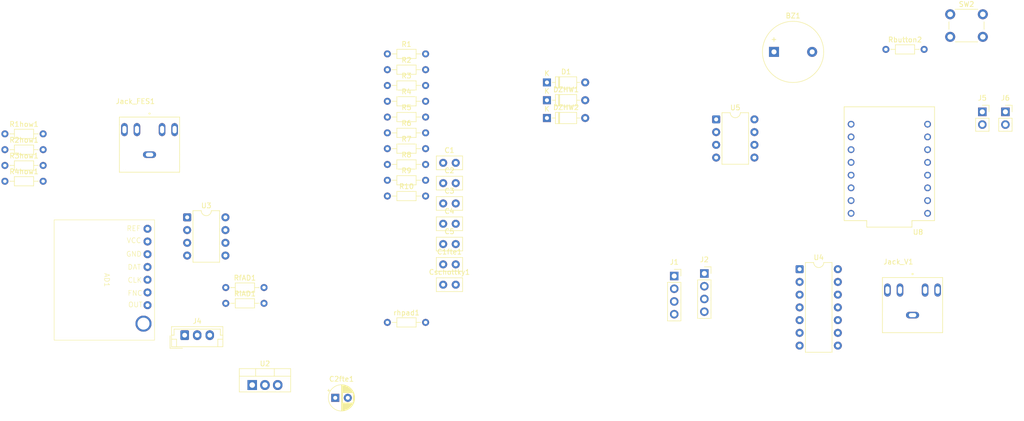
<source format=kicad_pcb>
(kicad_pcb (version 20241229) (generator "pcbnew") (generator_version "9.0")
  (layers (0 "F.Cu" signal) (2 "B.Cu" signal) (13 "F.Paste" user) (15 "B.Paste" user) (5 "F.SilkS" user "F.Silkscreen") (7 "B.SilkS" user "B.Silkscreen") (1 "F.Mask" user) (3 "B.Mask" user) (25 "Edge.Cuts" user))
  (net 0 "")
  (net 1 "/alarm")
  (net 2 "GNDREF")
  (net 4 "/outAD")
  (net 5 "/+")
  (net 6 "Net-(C2-Pad1)")
  (net 7 "Net-(C2-Pad2)")
  (net 8 "/5V")
  (net 9 "Net-(C3-Pad2)")
  (net 10 "Net-(U4A--)")
  (net 11 "Net-(C4-Pad2)")
  (net 12 "Net-(U4C-+)")
  (net 13 "/Vout")
  (net 14 "/Fes Out+")
  (net 15 "/-")
  (net 16 "/RG_1")
  (net 17 "/ECG-")
  (net 18 "/ECG+")
  (net 19 "/RG_2")
  (net 20 "/INAout")
  (net 24 "Net-(U5B--)")
  (net 25 "Net-(U5A--)")
  (net 26 "Net-(R1how1-Pad1)")
  (net 27 "Net-(U3B--)")
  (net 28 "Net-(R2how1-Pad2)")
  (net 29 "Net-(U4B--)")
  (net 30 "Net-(R7-Pad2)")
  (net 31 "Net-(U4D--)")
  (net 32 "Net-(U4C--)")
  (net 33 "Net-(R10-Pad2)")
  (net 34 "Net-(U8-GPIO20)")
  (net 35 "Net-(U3A--)")
  (net 36 "/3v3")
  (net 41 "/fnc")
  (net 44 "/clk")
  (net 45 "/data")
  (net 47 "Net-(AD1-OUT)")
  (footprint "Package_TO_SOT_THT:TO-220-3_Vertical" (layer "F.Cu") (at 93.46 126.945)
    (property "Reference" "U2" (at 2.54 -4.27 0) (layer "F.SilkS"))
    (property "Value" "L7805")
    (pad "1" thru_hole rect (at 0 0) (size 1.905 2) (drill 1.1) (layers "*.Cu" "*.Mask") (net 5 "/+"))
    (pad "2" thru_hole oval (at 2.54 0) (size 1.905 2) (drill 1.1) (layers "*.Cu" "*.Mask") (net 2 "GNDREF"))
    (pad "3" thru_hole oval (at 5.08 0) (size 1.905 2) (drill 1.1) (layers "*.Cu" "*.Mask") (net 8 "/5V"))
  )
  (footprint "Resistor_THT:R_Axial_DIN0204_L3.6mm_D1.6mm_P7.62mm_Horizontal" (layer "F.Cu") (at 120.38 64.05)
    (property "Reference" "R2" (at 3.81 -1.92 0) (layer "F.SilkS"))
    (property "Value" "10k")
    (pad "1" thru_hole circle (at 0 0) (size 1.4 1.4) (drill 0.7) (layers "*.Cu" "*.Mask") (net 24 "Net-(U5B--)"))
    (pad "2" thru_hole oval (at 7.62 0) (size 1.4 1.4) (drill 0.7) (layers "*.Cu" "*.Mask") (net 6 "Net-(C2-Pad1)"))
  )
  (footprint "Resistor_THT:R_Axial_DIN0204_L3.6mm_D1.6mm_P7.62mm_Horizontal" (layer "F.Cu") (at 44.19 83.15)
    (property "Reference" "R3how1" (at 3.81 -1.92 0) (layer "F.SilkS"))
    (property "Value" "10k")
    (pad "1" thru_hole circle (at 0 0) (size 1.4 1.4) (drill 0.7) (layers "*.Cu" "*.Mask") (net 2 "GNDREF"))
    (pad "2" thru_hole oval (at 7.62 0) (size 1.4 1.4) (drill 0.7) (layers "*.Cu" "*.Mask") (net 14 "/Fes Out+"))
  )
  (footprint "Resistor_THT:R_Axial_DIN0204_L3.6mm_D1.6mm_P7.62mm_Horizontal" (layer "F.Cu") (at 120.38 67.2)
    (property "Reference" "R3" (at 3.81 -1.92 0) (layer "F.SilkS"))
    (property "Value" "50")
    (pad "1" thru_hole circle (at 0 0) (size 1.4 1.4) (drill 0.7) (layers "*.Cu" "*.Mask") (net 2 "GNDREF"))
    (pad "2" thru_hole oval (at 7.62 0) (size 1.4 1.4) (drill 0.7) (layers "*.Cu" "*.Mask") (net 7 "Net-(C2-Pad2)"))
  )
  (footprint "Capacitor_THT:C_Disc_D5.0mm_W2.5mm_P2.50mm" (layer "F.Cu") (at 131.5 90.73)
    (property "Reference" "C3" (at 1.25 -2.5 0) (layer "F.SilkS"))
    (property "Value" "100p")
    (pad "1" thru_hole circle (at 0 0) (size 1.6 1.6) (drill 0.8) (layers "*.Cu" "*.Mask") (net 10 "Net-(U4A--)"))
    (pad "2" thru_hole circle (at 2.5 0) (size 1.6 1.6) (drill 0.8) (layers "*.Cu" "*.Mask") (net 9 "Net-(C3-Pad2)"))
  )
  (footprint "Button_Switch_THT:SW_PUSH_6mm" (layer "F.Cu") (at 232.5 53)
    (property "Reference" "SW2" (at 3.25 -2 0) (layer "F.SilkS"))
    (property "Value" "SW_Push")
    (pad "1" thru_hole circle (at 0 0 90) (size 2 2) (drill 1.1) (layers "*.Cu" "*.Mask") (net 36 "/3v3"))
    (pad "1" thru_hole circle (at 6.5 0 90) (size 2 2) (drill 1.1) (layers "*.Cu" "*.Mask") (net 36 "/3v3"))
    (pad "2" thru_hole circle (at 0 4.5 90) (size 2 2) (drill 1.1) (layers "*.Cu" "*.Mask") (net 34 "Net-(U8-GPIO20)"))
    (pad "2" thru_hole circle (at 6.5 4.5 90) (size 2 2) (drill 1.1) (layers "*.Cu" "*.Mask") (net 34 "Net-(U8-GPIO20)"))
  )
  (footprint "Resistor_THT:R_Axial_DIN0204_L3.6mm_D1.6mm_P7.62mm_Horizontal" (layer "F.Cu") (at 120.38 114.45)
    (property "Reference" "rhpad1" (at 3.81 -1.92 0) (layer "F.SilkS"))
    (property "Value" "330")
    (pad "1" thru_hole circle (at 0 0) (size 1.4 1.4) (drill 0.7) (layers "*.Cu" "*.Mask") (net 2 "GNDREF"))
    (pad "2" thru_hole oval (at 7.62 0) (size 1.4 1.4) (drill 0.7) (layers "*.Cu" "*.Mask") (net 4 "/outAD"))
  )
  (footprint "Capacitor_THT:C_Disc_D5.0mm_W2.5mm_P2.50mm" (layer "F.Cu") (at 131.5 102.88)
    (property "Reference" "C1fte1" (at 1.25 -2.5 0) (layer "F.SilkS"))
    (property "Value" "20pF")
    (pad "1" thru_hole circle (at 0 0) (size 1.6 1.6) (drill 0.8) (layers "*.Cu" "*.Mask") (net 5 "/+"))
    (pad "2" thru_hole circle (at 2.5 0) (size 1.6 1.6) (drill 0.8) (layers "*.Cu" "*.Mask") (net 2 "GNDREF"))
  )
  (footprint "Connector_PinSocket_2.54mm:PinSocket_1x02_P2.54mm_Vertical" (layer "F.Cu") (at 243.5 72.46)
    (property "Reference" "J6" (at 0 -2.77 0) (layer "F.SilkS"))
    (property "Value" "BAT54S_2")
    (pad "1" thru_hole rect (at 0 0) (size 1.7 1.7) (drill 1) (layers "*.Cu" "*.Mask") (net 13 "/Vout"))
    (pad "2" thru_hole oval (at 0 2.54) (size 1.7 1.7) (drill 1) (layers "*.Cu" "*.Mask"))
  )
  (footprint "Resistor_THT:R_Axial_DIN0204_L3.6mm_D1.6mm_P7.62mm_Horizontal" (layer "F.Cu") (at 44.19 76.85)
    (property "Reference" "R1how1" (at 3.81 -1.92 0) (layer "F.SilkS"))
    (property "Value" "10k")
    (pad "1" thru_hole circle (at 0 0) (size 1.4 1.4) (drill 0.7) (layers "*.Cu" "*.Mask") (net 26 "Net-(R1how1-Pad1)"))
    (pad "2" thru_hole oval (at 7.62 0) (size 1.4 1.4) (drill 0.7) (layers "*.Cu" "*.Mask") (net 27 "Net-(U3B--)"))
  )
  (footprint "Package_DIP:DIP-8_W7.62mm" (layer "F.Cu") (at 185.88 73.96)
    (property "Reference" "U5" (at 3.81 -2.33 0) (layer "F.SilkS"))
    (property "Value" "TL082")
    (pad "1" thru_hole roundrect (at 0 0) (size 1.6 1.6) (drill 0.8) (layers "*.Cu" "*.Mask") (roundrect_rratio 0.15625) (net 25 "Net-(U5A--)"))
    (pad "2" thru_hole circle (at 0 2.54) (size 1.6 1.6) (drill 0.8) (layers "*.Cu" "*.Mask") (net 25 "Net-(U5A--)"))
    (pad "3" thru_hole circle (at 0 5.08) (size 1.6 1.6) (drill 0.8) (layers "*.Cu" "*.Mask") (net 20 "/INAout"))
    (pad "4" thru_hole circle (at 0 7.62) (size 1.6 1.6) (drill 0.8) (layers "*.Cu" "*.Mask") (net 15 "/-"))
    (pad "5" thru_hole circle (at 7.62 7.62) (size 1.6 1.6) (drill 0.8) (layers "*.Cu" "*.Mask") (net 2 "GNDREF"))
    (pad "6" thru_hole circle (at 7.62 5.08) (size 1.6 1.6) (drill 0.8) (layers "*.Cu" "*.Mask") (net 24 "Net-(U5B--)"))
    (pad "7" thru_hole circle (at 7.62 2.54) (size 1.6 1.6) (drill 0.8) (layers "*.Cu" "*.Mask") (net 6 "Net-(C2-Pad1)"))
    (pad "8" thru_hole circle (at 7.62 0) (size 1.6 1.6) (drill 0.8) (layers "*.Cu" "*.Mask") (net 5 "/+"))
  )
  (footprint "Capacitor_THT:C_Disc_D5.0mm_W2.5mm_P2.50mm" (layer "F.Cu") (at 131.5 86.68)
    (property "Reference" "C2" (at 1.25 -2.5 0) (layer "F.SilkS"))
    (property "Value" "100n")
    (pad "1" thru_hole circle (at 0 0) (size 1.6 1.6) (drill 0.8) (layers "*.Cu" "*.Mask") (net 6 "Net-(C2-Pad1)"))
    (pad "2" thru_hole circle (at 2.5 0) (size 1.6 1.6) (drill 0.8) (layers "*.Cu" "*.Mask") (net 7 "Net-(C2-Pad2)"))
  )
  (footprint "Resistor_THT:R_Axial_DIN0204_L3.6mm_D1.6mm_P7.62mm_Horizontal" (layer "F.Cu") (at 120.38 73.5)
    (property "Reference" "R5" (at 3.81 -1.92 0) (layer "F.SilkS"))
    (property "Value" "22k")
    (pad "1" thru_hole circle (at 0 0) (size 1.4 1.4) (drill 0.7) (layers "*.Cu" "*.Mask") (net 9 "Net-(C3-Pad2)"))
    (pad "2" thru_hole oval (at 7.62 0) (size 1.4 1.4) (drill 0.7) (layers "*.Cu" "*.Mask") (net 10 "Net-(U4A--)"))
  )
  (footprint "Diode_THT:D_DO-35_SOD27_P7.62mm_Horizontal" (layer "F.Cu") (at 152.17 70.14)
    (property "Reference" "DZHW1" (at 3.81 -2.12 0) (layer "F.SilkS"))
    (property "Value" "D")
    (fp_text user "K" (at 0 -1.8 0) (layer "F.SilkS"))
    (pad "1" thru_hole rect (at 0 0) (size 1.6 1.6) (drill 0.8) (layers "*.Cu" "*.Mask") (net 14 "/Fes Out+"))
    (pad "2" thru_hole oval (at 7.62 0) (size 1.6 1.6) (drill 0.8) (layers "*.Cu" "*.Mask") (net 2 "GNDREF"))
  )
  (footprint "Connector_PinSocket_2.54mm:PinSocket_1x04_P2.54mm_Vertical" (layer "F.Cu") (at 183.525 104.7)
    (property "Reference" "J2" (at 0 -2.77 0) (layer "F.SilkS"))
    (property "Value" "INA_2")
    (pad "1" thru_hole rect (at 0 0) (size 1.7 1.7) (drill 1) (layers "*.Cu" "*.Mask") (net 19 "/RG_2"))
    (pad "2" thru_hole oval (at 0 2.54) (size 1.7 1.7) (drill 1) (layers "*.Cu" "*.Mask") (net 5 "/+"))
    (pad "3" thru_hole oval (at 0 5.08) (size 1.7 1.7) (drill 1) (layers "*.Cu" "*.Mask") (net 20 "/INAout"))
    (pad "4" thru_hole oval (at 0 7.62) (size 1.7 1.7) (drill 1) (layers "*.Cu" "*.Mask") (net 2 "GNDREF"))
  )
  (footprint "MyFootprints:AD9833" (layer "F.Cu") (at 64 106 -90)
    (property "Reference" "AD1" (at 0 -0.5 270) (layer "F.SilkS") (effects (font (thickness 0.1))))
    (property "Value" "~")
    (fp_text user "CLK" (at 0.6 -4.6 0) (layer "F.SilkS") (effects (font (thickness 0.1)) (justify left bottom)))
    (fp_text user "DAT" (at -2 -4.6 0) (layer "F.SilkS") (effects (font (thickness 0.1)) (justify left bottom)))
    (fp_text user "GND" (at -4.6 -4.3 0) (layer "F.SilkS") (effects (font (thickness 0.1)) (justify left bottom)))
    (fp_text user "FNC" (at 3.2 -4.6 0) (layer "F.SilkS") (effects (font (thickness 0.1)) (justify left bottom)))
    (fp_text user "REF" (at -9.7 -4.4 0) (layer "F.SilkS") (effects (font (thickness 0.1)) (justify left bottom)))
    (fp_text user "VCC" (at -7.3 -4.4 0) (layer "F.SilkS") (effects (font (thickness 0.1)) (justify left bottom)))
    (fp_text user "OUT" (at 5.5 -4.7 0) (layer "F.SilkS") (effects (font (thickness 0.1)) (justify left bottom)))
    (pad "1" thru_hole circle (at -10.22 -8.6 270) (size 1.6 1.6) (drill 0.8) (layers "*.Cu" "*.Mask"))
    (pad "2" thru_hole circle (at -7.68 -8.6 270) (size 1.6 1.6) (drill 0.8) (layers "*.Cu" "*.Mask") (net 36 "/3v3"))
    (pad "3" thru_hole circle (at -5.14 -8.6 270) (size 1.6 1.6) (drill 0.8) (layers "*.Cu" "*.Mask") (net 2 "GNDREF"))
    (pad "4" thru_hole circle (at -2.6 -8.6 270) (size 1.6 1.6) (drill 0.8) (layers "*.Cu" "*.Mask") (net 45 "/data"))
    (pad "5" thru_hole circle (at -0.06 -8.6 270) (size 1.6 1.6) (drill 0.8) (layers "*.Cu" "*.Mask") (net 44 "/clk"))
    (pad "6" thru_hole circle (at 2.48 -8.6 270) (size 1.6 1.6) (drill 0.8) (layers "*.Cu" "*.Mask") (net 41 "/fnc"))
    (pad "7" thru_hole circle (at 5.02 -8.6 270) (size 1.6 1.6) (drill 0.8) (layers "*.Cu" "*.Mask") (net 47 "Net-(AD1-OUT)"))
    (pad "8" thru_hole circle (at 8.7 -7.8 270) (size 3.2 3.2) (drill 2.4) (layers "*.Cu" "*.Mask"))
  )
  (footprint "Resistor_THT:R_Axial_DIN0204_L3.6mm_D1.6mm_P7.62mm_Horizontal" (layer "F.Cu") (at 120.38 86.1)
    (property "Reference" "R9" (at 3.81 -1.92 0) (layer "F.SilkS"))
    (property "Value" "1k")
    (pad "1" thru_hole circle (at 0 0) (size 1.4 1.4) (drill 0.7) (layers "*.Cu" "*.Mask") (net 32 "Net-(U4C--)"))
    (pad "2" thru_hole oval (at 7.62 0) (size 1.4 1.4) (drill 0.7) (layers "*.Cu" "*.Mask") (net 31 "Net-(U4D--)"))
  )
  (footprint "Resistor_THT:R_Axial_DIN0204_L3.6mm_D1.6mm_P7.62mm_Horizontal" (layer "F.Cu") (at 88.19 107.5)
    (property "Reference" "RfAD1" (at 3.81 -1.92 0) (layer "F.SilkS"))
    (property "Value" "4.8k")
    (pad "1" thru_hole circle (at 0 0) (size 1.4 1.4) (drill 0.7) (layers "*.Cu" "*.Mask") (net 35 "Net-(U3A--)"))
    (pad "2" thru_hole oval (at 7.62 0) (size 1.4 1.4) (drill 0.7) (layers "*.Cu" "*.Mask") (net 26 "Net-(R1how1-Pad1)"))
  )
  (footprint "Capacitor_THT:C_Disc_D5.0mm_W2.5mm_P2.50mm" (layer "F.Cu") (at 131.5 82.63)
    (property "Reference" "C1" (at 1.25 -2.5 0) (layer "F.SilkS"))
    (property "Value" "C")
    (pad "1" thru_hole circle (at 0 0) (size 1.6 1.6) (drill 0.8) (layers "*.Cu" "*.Mask") (net 47 "Net-(AD1-OUT)"))
    (pad "2" thru_hole circle (at 2.5 0) (size 1.6 1.6) (drill 0.8) (layers "*.Cu" "*.Mask") (net 4 "/outAD"))
  )
  (footprint "Resistor_THT:R_Axial_DIN0204_L3.6mm_D1.6mm_P7.62mm_Horizontal" (layer "F.Cu") (at 120.38 60.9)
    (property "Reference" "R1" (at 3.81 -1.92 0) (layer "F.SilkS"))
    (property "Value" "1k")
    (pad "1" thru_hole circle (at 0 0) (size 1.4 1.4) (drill 0.7) (layers "*.Cu" "*.Mask") (net 25 "Net-(U5A--)"))
    (pad "2" thru_hole oval (at 7.62 0) (size 1.4 1.4) (drill 0.7) (layers "*.Cu" "*.Mask") (net 24 "Net-(U5B--)"))
  )
  (footprint "SJ1-3525N:CUI_SJ1-3525N" (layer "F.Cu") (at 73 81)
    (property "Reference" "Jack_FES1" (at -2.825 -10.635 0) (layer "F.SilkS"))
    (property "Value" "SJ1-3525N")
    (pad "" np_thru_hole circle (at -5 0) (size 1.2 1.2) (drill 1.2) (layers "*.Cu" "*.Mask"))
    (pad "" np_thru_hole circle (at -5 2.5) (size 1.2 1.2) (drill 1.2) (layers "*.Cu" "*.Mask"))
    (pad "" np_thru_hole circle (at 0 -5) (size 1.2 1.2) (drill 1.2) (layers "*.Cu" "*.Mask"))
    (pad "" np_thru_hole circle (at 5 0) (size 1.2 1.2) (drill 1.2) (layers "*.Cu" "*.Mask"))
    (pad "" np_thru_hole circle (at 5 2.5) (size 1.2 1.2) (drill 1.2) (layers "*.Cu" "*.Mask"))
    (pad "1" thru_hole oval (at 0 0) (size 2.616 1.308) (drill oval 1.5 0.8) (layers "*.Cu" "*.Mask") (net 2 "GNDREF"))
    (pad "2" thru_hole oval (at 5 -5) (size 1.308 2.616) (drill oval 0.8 1.5) (layers "*.Cu" "*.Mask"))
    (pad "3" thru_hole oval (at -5 -5) (size 1.308 2.616) (drill oval 0.8 1.5) (layers "*.Cu" "*.Mask") (net 14 "/Fes Out+"))
    (pad "10" thru_hole oval (at 2.5 -5) (size 1.308 2.616) (drill oval 0.8 1.5) (layers "*.Cu" "*.Mask"))
    (pad "11" thru_hole oval (at -2.5 -5) (size 1.308 2.616) (drill oval 0.8 1.5) (layers "*.Cu" "*.Mask"))
  )
  (footprint "Resistor_THT:R_Axial_DIN0204_L3.6mm_D1.6mm_P7.62mm_Horizontal" (layer "F.Cu") (at 120.38 79.8)
    (property "Reference" "R7" (at 3.81 -1.92 0) (layer "F.SilkS"))
    (property "Value" "2.2k")
    (pad "1" thru_hole circle (at 0 0) (size 1.4 1.4) (drill 0.7) (layers "*.Cu" "*.Mask") (net 29 "Net-(U4B--)"))
    (pad "2" thru_hole oval (at 7.62 0) (size 1.4 1.4) (drill 0.7) (layers "*.Cu" "*.Mask") (net 30 "Net-(R7-Pad2)"))
  )
  (footprint "ESP32-C3_SUPERMINI_TH:MODULE_ESP32-C3_SUPERMINI_TH" (layer "F.Cu") (at 220.38 82.8 180)
    (property "Reference" "U8" (at -5.715 -13.6525 0) (layer "F.SilkS"))
    (property "Value" "ESP32-C3_SUPERMINI_TH")
    (pad "0" thru_hole circle (at 7.62 7.88 180) (size 1.348 1.348) (drill 0.84) (layers "*.Cu" "*.Mask") (net 13 "/Vout"))
    (pad "1" thru_hole circle (at 7.62 5.34 180) (size 1.348 1.348) (drill 0.84) (layers "*.Cu" "*.Mask"))
    (pad "2" thru_hole circle (at 7.62 2.8 180) (size 1.348 1.348) (drill 0.84) (layers "*.Cu" "*.Mask") (net 1 "/alarm"))
    (pad "3" thru_hole circle (at 7.62 0.26 180) (size 1.348 1.348) (drill 0.84) (layers "*.Cu" "*.Mask"))
    (pad "3.3" thru_hole circle (at 7.62 -4.82 180) (size 1.348 1.348) (drill 0.84) (layers "*.Cu" "*.Mask") (net 36 "/3v3"))
    (pad "4" thru_hole circle (at 7.62 -2.28 180) (size 1.348 1.348) (drill 0.84) (layers "*.Cu" "*.Mask") (net 44 "/clk"))
    (pad "5" thru_hole circle (at -7.62 -9.9 180) (size 1.348 1.348) (drill 0.84) (layers "*.Cu" "*.Mask"))
    (pad "5V" thru_hole circle (at 7.62 -9.9 180) (size 1.348 1.348) (drill 0.84) (layers "*.Cu" "*.Mask") (net 8 "/5V"))
    (pad "6" thru_hole circle (at -7.62 -7.36 180) (size 1.348 1.348) (drill 0.84) (layers "*.Cu" "*.Mask") (net 45 "/data"))
    (pad "7" thru_hole circle (at -7.62 -4.82 180) (size 1.348 1.348) (drill 0.84) (layers "*.Cu" "*.Mask") (net 41 "/fnc"))
    (pad "8" thru_hole circle (at -7.62 -2.28 180) (size 1.348 1.348) (drill 0.84) (layers "*.Cu" "*.Mask"))
    (pad "9" thru_hole circle (at -7.62 0.26 180) (size 1.348 1.348) (drill 0.84) (layers "*.Cu" "*.Mask"))
    (pad "10" thru_hole circle (at -7.62 2.8 180) (size 1.348 1.348) (drill 0.84) (layers "*.Cu" "*.Mask"))
    (pad "20" thru_hole circle (at -7.62 5.34 180) (size 1.348 1.348) (drill 0.84) (layers "*.Cu" "*.Mask") (net 34 "Net-(U8-GPIO20)"))
    (pad "21" thru_hole circle (at -7.62 7.88 180) (size 1.348 1.348) (drill 0.84) (layers "*.Cu" "*.Mask"))
    (pad "G" thru_hole circle (at 7.62 -7.36 180) (size 1.348 1.348) (drill 0.84) (layers "*.Cu" "*.Mask") (net 2 "GNDREF"))
  )
  (footprint "Connector_PinSocket_2.54mm:PinSocket_1x04_P2.54mm_Vertical" (layer "F.Cu") (at 177.525 105.2)
    (property "Reference" "J1" (at 0 -2.77 0) (layer "F.SilkS"))
    (property "Value" "INA_1")
    (pad "1" thru_hole rect (at 0 0) (size 1.7 1.7) (drill 1) (layers "*.Cu" "*.Mask") (net 16 "/RG_1"))
    (pad "2" thru_hole oval (at 0 2.54) (size 1.7 1.7) (drill 1) (layers "*.Cu" "*.Mask") (net 17 "/ECG-"))
    (pad "3" thru_hole oval (at 0 5.08) (size 1.7 1.7) (drill 1) (layers "*.Cu" "*.Mask") (net 18 "/ECG+"))
    (pad "4" thru_hole oval (at 0 7.62) (size 1.7 1.7) (drill 1) (layers "*.Cu" "*.Mask") (net 15 "/-"))
  )
  (footprint "SJ1-3525N:CUI_SJ1-3525N" (layer "F.Cu") (at 225 113)
    (property "Reference" "Jack_V1" (at -2.825 -10.635 0) (layer "F.SilkS"))
    (property "Value" "SJ1-3525N")
    (pad "" np_thru_hole circle (at -5 0) (size 1.2 1.2) (drill 1.2) (layers "*.Cu" "*.Mask"))
    (pad "" np_thru_hole circle (at -5 2.5) (size 1.2 1.2) (drill 1.2) (layers "*.Cu" "*.Mask"))
    (pad "" np_thru_hole circle (at 0 -5) (size 1.2 1.2) (drill 1.2) (layers "*.Cu" "*.Mask"))
    (pad "" np_thru_hole circle (at 5 0) (size 1.2 1.2) (drill 1.2) (layers "*.Cu" "*.Mask"))
    (pad "" np_thru_hole circle (at 5 2.5) (size 1.2 1.2) (drill 1.2) (layers "*.Cu" "*.Mask"))
    (pad "1" thru_hole oval (at 0 0) (size 2.616 1.308) (drill oval 1.5 0.8) (layers "*.Cu" "*.Mask") (net 17 "/ECG-"))
    (pad "2" thru_hole oval (at 5 -5) (size 1.308 2.616) (drill oval 0.8 1.5) (layers "*.Cu" "*.Mask"))
    (pad "3" thru_hole oval (at -5 -5) (size 1.308 2.616) (drill oval 0.8 1.5) (layers "*.Cu" "*.Mask") (net 18 "/ECG+"))
    (pad "10" thru_hole oval (at 2.5 -5) (size 1.308 2.616) (drill oval 0.8 1.5) (layers "*.Cu" "*.Mask"))
    (pad "11" thru_hole oval (at -2.5 -5) (size 1.308 2.616) (drill oval 0.8 1.5) (layers "*.Cu" "*.Mask"))
  )
  (footprint "Buzzer_Beeper:Buzzer_12x9.5RM7.6" (layer "F.Cu") (at 197.4 60.5)
    (property "Reference" "BZ1" (at 3.8 -7.2 0) (layer "F.SilkS"))
    (property "Value" "Buzzer")
    (fp_text user "+" (at -0.01 -2.54 0) (layer "F.SilkS"))
    (pad "1" thru_hole rect (at 0 0) (size 2 2) (drill 1) (layers "*.Cu" "*.Mask") (net 1 "/alarm"))
    (pad "2" thru_hole circle (at 7.6 0) (size 2 2) (drill 1) (layers "*.Cu" "*.Mask") (net 2 "GNDREF"))
  )
  (footprint "Resistor_THT:R_Axial_DIN0204_L3.6mm_D1.6mm_P7.62mm_Horizontal" (layer "F.Cu") (at 88.19 110.65)
    (property "Reference" "RiAD1" (at 3.81 -1.92 0) (layer "F.SilkS"))
    (property "Value" "1k")
    (pad "1" thru_hole circle (at 0 0) (size 1.4 1.4) (drill 0.7) (layers "*.Cu" "*.Mask") (net 4 "/outAD"))
    (pad "2" thru_hole oval (at 7.62 0) (size 1.4 1.4) (drill 0.7) (layers "*.Cu" "*.Mask") (net 35 "Net-(U3A--)"))
  )
  (footprint "Resistor_THT:R_Axial_DIN0204_L3.6mm_D1.6mm_P7.62mm_Horizontal" (layer "F.Cu") (at 120.38 70.35)
    (property "Reference" "R4" (at 3.81 -1.92 0) (layer "F.SilkS"))
    (property "Value" "1k")
    (pad "1" thru_hole circle (at 0 0) (size 1.4 1.4) (drill 0.7) (layers "*.Cu" "*.Mask") (net 10 "Net-(U4A--)"))
    (pad "2" thru_hole oval (at 7.62 0) (size 1.4 1.4) (drill 0.7) (layers "*.Cu" "*.Mask") (net 7 "Net-(C2-Pad2)"))
  )
  (footprint "Resistor_THT:R_Axial_DIN0204_L3.6mm_D1.6mm_P7.62mm_Horizontal" (layer "F.Cu") (at 120.38 76.65)
    (property "Reference" "R6" (at 3.81 -1.92 0) (layer "F.SilkS"))
    (property "Value" "500")
    (pad "1" thru_hole circle (at 0 0) (size 1.4 1.4) (drill 0.7) (layers "*.Cu" "*.Mask") (net 29 "Net-(U4B--)"))
    (pad "2" thru_hole oval (at 7.62 0) (size 1.4 1.4) (drill 0.7) (layers "*.Cu" "*.Mask") (net 11 "Net-(C4-Pad2)"))
  )
  (footprint "Capacitor_THT:C_Disc_D5.0mm_W2.5mm_P2.50mm" (layer "F.Cu") (at 131.5 98.83)
    (property "Reference" "C5" (at 1.25 -2.5 0) (layer "F.SilkS"))
    (property "Value" "220p")
    (pad "1" thru_hole circle (at 0 0) (size 1.6 1.6) (drill 0.8) (layers "*.Cu" "*.Mask") (net 2 "GNDREF"))
    (pad "2" thru_hole circle (at 2.5 0) (size 1.6 1.6) (drill 0.8) (layers "*.Cu" "*.Mask") (net 12 "Net-(U4C-+)"))
  )
  (footprint "Resistor_THT:R_Axial_DIN0204_L3.6mm_D1.6mm_P7.62mm_Horizontal" (layer "F.Cu") (at 44.19 80)
    (property "Reference" "R2how1" (at 3.81 -1.92 0) (layer "F.SilkS"))
    (property "Value" "10k")
    (pad "1" thru_hole circle (at 0 0) (size 1.4 1.4) (drill 0.7) (layers "*.Cu" "*.Mask") (net 27 "Net-(U3B--)"))
    (pad "2" thru_hole oval (at 7.62 0) (size 1.4 1.4) (drill 0.7) (layers "*.Cu" "*.Mask") (net 28 "Net-(R2how1-Pad2)"))
  )
  (footprint "Resistor_THT:R_Axial_DIN0204_L3.6mm_D1.6mm_P7.62mm_Horizontal" (layer "F.Cu") (at 44.19 86.3)
    (property "Reference" "R4how1" (at 3.81 -1.92 0) (layer "F.SilkS"))
    (property "Value" "10k")
    (pad "1" thru_hole circle (at 0 0) (size 1.4 1.4) (drill 0.7) (layers "*.Cu" "*.Mask") (net 14 "/Fes Out+"))
    (pad "2" thru_hole oval (at 7.62 0) (size 1.4 1.4) (drill 0.7) (layers "*.Cu" "*.Mask") (net 28 "Net-(R2how1-Pad2)"))
  )
  (footprint "Resistor_THT:R_Axial_DIN0204_L3.6mm_D1.6mm_P7.62mm_Horizontal" (layer "F.Cu") (at 120.38 89.25)
    (property "Reference" "R10" (at 3.81 -1.92 0) (layer "F.SilkS"))
    (property "Value" "4k")
    (pad "1" thru_hole circle (at 0 0) (size 1.4 1.4) (drill 0.7) (layers "*.Cu" "*.Mask") (net 31 "Net-(U4D--)"))
    (pad "2" thru_hole oval (at 7.62 0) (size 1.4 1.4) (drill 0.7) (layers "*.Cu" "*.Mask") (net 33 "Net-(R10-Pad2)"))
  )
  (footprint "Diode_THT:D_DO-35_SOD27_P7.62mm_Horizontal" (layer "F.Cu") (at 152.17 66.59)
    (property "Reference" "D1" (at 3.81 -2.12 0) (layer "F.SilkS"))
    (property "Value" "DS")
    (fp_text user "K" (at 0 -1.8 0) (layer "F.SilkS"))
    (pad "1" thru_hole rect (at 0 0) (size 1.6 1.6) (drill 0.8) (layers "*.Cu" "*.Mask") (net 13 "/Vout"))
    (pad "2" thru_hole oval (at 7.62 0) (size 1.6 1.6) (drill 0.8) (layers "*.Cu" "*.Mask") (net 2 "GNDREF"))
  )
  (footprint "Package_DIP:DIP-8_W7.62mm" (layer "F.Cu") (at 80.5 93.5)
    (property "Reference" "U3" (at 3.81 -2.33 0) (layer "F.SilkS"))
    (property "Value" "TL082")
    (pad "1" thru_hole roundrect (at 0 0) (size 1.6 1.6) (drill 0.8) (layers "*.Cu" "*.Mask") (roundrect_rratio 0.15625) (net 26 "Net-(R1how1-Pad1)"))
    (pad "2" thru_hole circle (at 0 2.54) (size 1.6 1.6) (drill 0.8) (layers "*.Cu" "*.Mask") (net 35 "Net-(U3A--)"))
    (pad "3" thru_hole circle (at 0 5.08) (size 1.6 1.6) (drill 0.8) (layers "*.Cu" "*.Mask") (net 2 "GNDREF"))
    (pad "4" thru_hole circle (at 0 7.62) (size 1.6 1.6) (drill 0.8) (layers "*.Cu" "*.Mask") (net 15 "/-"))
    (pad "5" thru_hole circle (at 7.62 7.62) (size 1.6 1.6) (drill 0.8) (layers "*.Cu" "*.Mask") (net 14 "/Fes Out+"))
    (pad "6" thru_hole circle (at 7.62 5.08) (size 1.6 1.6) (drill 0.8) (layers "*.Cu" "*.Mask") (net 27 "Net-(U3B--)"))
    (pad "7" thru_hole circle (at 7.62 2.54) (size 1.6 1.6) (drill 0.8) (layers "*.Cu" "*.Mask") (net 28 "Net-(R2how1-Pad2)"))
    (pad "8" thru_hole circle (at 7.62 0) (size 1.6 1.6) (drill 0.8) (layers "*.Cu" "*.Mask") (net 5 "/+"))
  )
  (footprint "Package_DIP:DIP-14_W7.62mm" (layer "F.Cu") (at 202.5 103.84)
    (property "Reference" "U4" (at 3.81 -2.33 0) (layer "F.SilkS"))
    (property "Value" "TL084")
    (pad "1" thru_hole roundrect (at 0 0) (size 1.6 1.6) (drill 0.8) (layers "*.Cu" "*.Mask") (roundrect_rratio 0.15625) (net 9 "Net-(C3-Pad2)"))
    (pad "2" thru_hole circle (at 0 2.54) (size 1.6 1.6) (drill 0.8) (layers "*.Cu" "*.Mask") (net 10 "Net-(U4A--)"))
    (pad "3" thru_hole circle (at 0 5.08) (size 1.6 1.6) (drill 0.8) (layers "*.Cu" "*.Mask") (net 2 "GNDREF"))
    (pad "4" thru_hole circle (at 0 7.62) (size 1.6 1.6) (drill 0.8) (layers "*.Cu" "*.Mask") (net 5 "/+"))
    (pad "5" thru_hole circle (at 0 10.16) (size 1.6 1.6) (drill 0.8) (layers "*.Cu" "*.Mask") (net 2 "GNDREF"))
    (pad "6" thru_hole circle (at 0 12.7) (size 1.6 1.6) (drill 0.8) (layers "*.Cu" "*.Mask") (net 29 "Net-(U4B--)"))
    (pad "7" thru_hole circle (at 0 15.24) (size 1.6 1.6) (drill 0.8) (layers "*.Cu" "*.Mask") (net 30 "Net-(R7-Pad2)"))
    (pad "8" thru_hole circle (at 7.62 15.24) (size 1.6 1.6) (drill 0.8) (layers "*.Cu" "*.Mask") (net 32 "Net-(U4C--)"))
    (pad "9" thru_hole circle (at 7.62 12.7) (size 1.6 1.6) (drill 0.8) (layers "*.Cu" "*.Mask") (net 32 "Net-(U4C--)"))
    (pad "10" thru_hole circle (at 7.62 10.16) (size 1.6 1.6) (drill 0.8) (layers "*.Cu" "*.Mask") (net 12 "Net-(U4C-+)"))
    (pad "11" thru_hole circle (at 7.62 7.62) (size 1.6 1.6) (drill 0.8) (layers "*.Cu" "*.Mask") (net 15 "/-"))
    (pad "12" thru_hole circle (at 7.62 5.08) (size 1.6 1.6) (drill 0.8) (layers "*.Cu" "*.Mask") (net 2 "GNDREF"))
    (pad "13" thru_hole circle (at 7.62 2.54) (size 1.6 1.6) (drill 0.8) (layers "*.Cu" "*.Mask") (net 31 "Net-(U4D--)"))
    (pad "14" thru_hole circle (at 7.62 0) (size 1.6 1.6) (drill 0.8) (layers "*.Cu" "*.Mask") (net 33 "Net-(R10-Pad2)"))
  )
  (footprint "Connector_PinSocket_2.54mm:PinSocket_1x02_P2.54mm_Vertical" (layer "F.Cu") (at 238.9 72.46)
    (property "Reference" "J5" (at 0 -2.77 0) (layer "F.SilkS"))
    (property "Value" "BAT54S_1")
    (pad "1" thru_hole rect (at 0 0) (size 1.7 1.7) (drill 1) (layers "*.Cu" "*.Mask"))
    (pad "2" thru_hole oval (at 0 2.54) (size 1.7 1.7) (drill 1) (layers "*.Cu" "*.Mask"))
  )
  (footprint "Capacitor_THT:C_Disc_D5.0mm_W2.5mm_P2.50mm" (layer "F.Cu") (at 131.5 106.93)
    (property "Reference" "Cschottky1" (at 1.25 -2.5 0) (layer "F.SilkS"))
    (property "Value" "2,2n")
    (pad "1" thru_hole circle (at 0 0) (size 1.6 1.6) (drill 0.8) (layers "*.Cu" "*.Mask") (net 2 "GNDREF"))
    (pad "2" thru_hole circle (at 2.5 0) (size 1.6 1.6) (drill 0.8) (layers "*.Cu" "*.Mask") (net 13 "/Vout"))
  )
  (footprint "Capacitor_THT:C_Disc_D5.0mm_W2.5mm_P2.50mm" (layer "F.Cu") (at 131.5 94.78)
    (property "Reference" "C4" (at 1.25 -2.5 0) (layer "F.SilkS"))
    (property "Value" "1.8n")
    (pad "1" thru_hole circle (at 0 0) (size 1.6 1.6) (drill 0.8) (layers "*.Cu" "*.Mask") (net 9 "Net-(C3-Pad2)"))
    (pad "2" thru_hole circle (at 2.5 0) (size 1.6 1.6) (drill 0.8) (layers "*.Cu" "*.Mask") (net 11 "Net-(C4-Pad2)"))
  )
  (footprint "Resistor_THT:R_Axial_DIN0204_L3.6mm_D1.6mm_P7.62mm_Horizontal" (layer "F.Cu") (at 219.69 60)
    (property "Reference" "Rbutton2" (at 3.81 -1.92 0) (layer "F.SilkS"))
    (property "Value" "2,2k")
    (pad "1" thru_hole circle (at 0 0) (size 1.4 1.4) (drill 0.7) (layers "*.Cu" "*.Mask") (net 34 "Net-(U8-GPIO20)"))
    (pad "2" thru_hole oval (at 7.62 0) (size 1.4 1.4) (drill 0.7) (layers "*.Cu" "*.Mask") (net 2 "GNDREF"))
  )
  (footprint "Connector_JST:JST_EH_B3B-EH-A_1x03_P2.50mm_Vertical" (layer "F.Cu") (at 80 117)
    (property "Reference" "J4" (at 2.5 -2.8 0) (layer "F.SilkS"))
    (property "Value" "External_Power")
    (pad "1" thru_hole roundrect (at 0 0) (size 1.7 1.95) (drill 0.95) (layers "*.Cu" "*.Mask") (roundrect_rratio 0.147059) (net 15 "/-"))
    (pad "2" thru_hole oval (at 2.5 0) (size 1.7 1.95) (drill 0.95) (layers "*.Cu" "*.Mask") (net 2 "GNDREF"))
    (pad "3" thru_hole oval (at 5 0) (size 1.7 1.95) (drill 0.95) (layers "*.Cu" "*.Mask") (net 5 "/+"))
  )
  (footprint "Resistor_THT:R_Axial_DIN0204_L3.6mm_D1.6mm_P7.62mm_Horizontal" (layer "F.Cu") (at 120.38 82.95)
    (property "Reference" "R8" (at 3.81 -1.92 0) (layer "F.SilkS"))
    (property "Value" "11k")
    (pad "1" thru_hole circle (at 0 0) (size 1.4 1.4) (drill 0.7) (layers "*.Cu" "*.Mask") (net 12 "Net-(U4C-+)"))
    (pad "2" thru_hole oval (at 7.62 0) (size 1.4 1.4) (drill 0.7) (layers "*.Cu" "*.Mask") (net 30 "Net-(R7-Pad2)"))
  )
  (footprint "Diode_THT:D_DO-35_SOD27_P7.62mm_Horizontal" (layer "F.Cu") (at 152.17 73.69)
    (property "Reference" "DZHW2" (at 3.81 -2.12 0) (layer "F.SilkS"))
    (property "Value" "D")
    (fp_text user "K" (at 0 -1.8 0) (layer "F.SilkS"))
    (pad "1" thru_hole rect (at 0 0) (size 1.6 1.6) (drill 0.8) (layers "*.Cu" "*.Mask") (net 14 "/Fes Out+"))
    (pad "2" thru_hole oval (at 7.62 0) (size 1.6 1.6) (drill 0.8) (layers "*.Cu" "*.Mask") (net 2 "GNDREF"))
  )
  (footprint "Capacitor_THT:CP_Radial_D5.0mm_P2.50mm" (layer "F.Cu") (at 110 129.5)
    (property "Reference" "C2fte1" (at 1.25 -3.75 0) (layer "F.SilkS"))
    (property "Value" "10uFx16V")
    (pad "1" thru_hole rect (at 0 0) (size 1.6 1.6) (drill 0.8) (layers "*.Cu" "*.Mask") (net 8 "/5V"))
    (pad "2" thru_hole circle (at 2.5 0) (size 1.6 1.6) (drill 0.8) (layers "*.Cu" "*.Mask") (net 2 "GNDREF"))
  )
)
</source>
